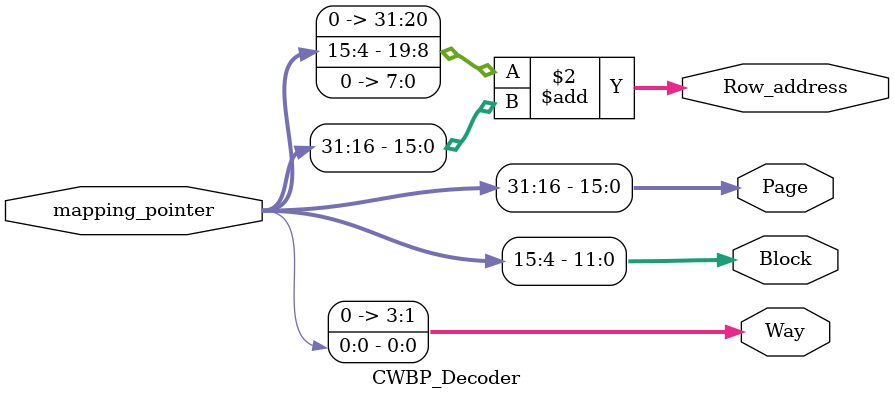
<source format=v>
module CWBP_Decoder #(
    parameter integer C_DATA_WIDTH	= 32
    ) 
    (
    //addr
    input [C_DATA_WIDTH -1:0] mapping_pointer,
    //Channel Way Block Page 
    output wire [3:0]  Way,
    output wire [11:0] Block,
    output wire [15:0] Page,
    output wire [C_DATA_WIDTH -1:0] Row_address
    );

    assign Way      = mapping_pointer[0];
    assign Block    = mapping_pointer[15:4];
    assign Page     = mapping_pointer[31:16];
    assign Row_address = (Block << 8) + Page;
    //{12'd0, Block, 8'd0} + {16'd0 , Page};

endmodule
</source>
